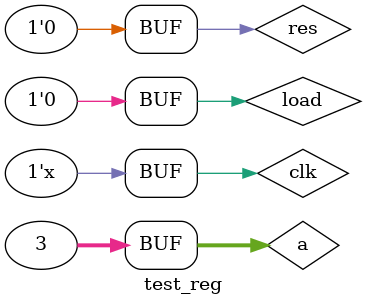
<source format=v>
`timescale 1ns / 1ps


module test_reg();
reg res, clk;
reg [31:0] a;
reg load;
wire [31:0]out;

    Register reg1 (res, clk, a, load, out);     
    
    initial begin
    clk=0;
    a=3;
    load=0;
    res=1;
    end
    
    always #5 clk=~clk;
    
    always begin 
    #10 
    res = 0;
    end
       
          
endmodule

</source>
